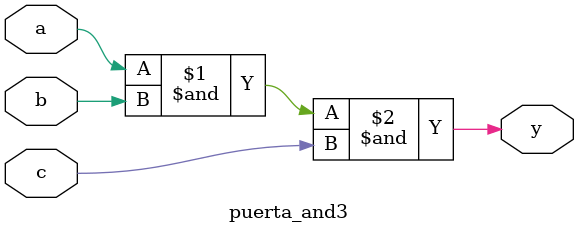
<source format=v>
module puerta_and3 (output wire y, input wire a,b,c);
  assign y = a & b & c;
endmodule
</source>
